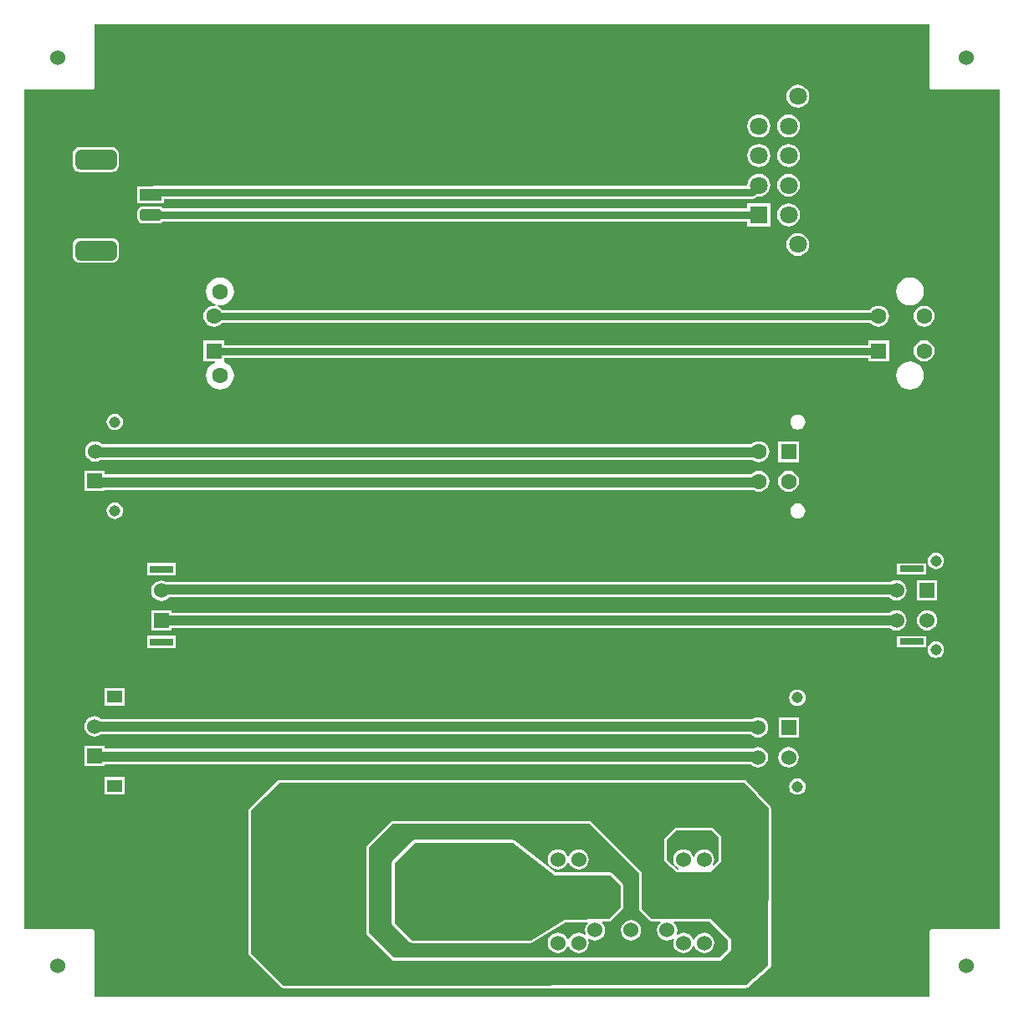
<source format=gtl>
G04*
G04 #@! TF.GenerationSoftware,Altium Limited,Altium Designer,19.1.9 (167)*
G04*
G04 Layer_Physical_Order=1*
G04 Layer_Color=255*
%FSLAX25Y25*%
%MOIN*%
G70*
G01*
G75*
%ADD13C,0.01000*%
G04:AMPARAMS|DCode=15|XSize=47.24mil|YSize=86.61mil|CornerRadius=11.81mil|HoleSize=0mil|Usage=FLASHONLY|Rotation=270.000|XOffset=0mil|YOffset=0mil|HoleType=Round|Shape=RoundedRectangle|*
%AMROUNDEDRECTD15*
21,1,0.04724,0.06299,0,0,270.0*
21,1,0.02362,0.08661,0,0,270.0*
1,1,0.02362,-0.03150,-0.01181*
1,1,0.02362,-0.03150,0.01181*
1,1,0.02362,0.03150,0.01181*
1,1,0.02362,0.03150,-0.01181*
%
%ADD15ROUNDEDRECTD15*%
%ADD16R,0.08661X0.04724*%
G04:AMPARAMS|DCode=17|XSize=78.74mil|YSize=165.35mil|CornerRadius=19.68mil|HoleSize=0mil|Usage=FLASHONLY|Rotation=270.000|XOffset=0mil|YOffset=0mil|HoleType=Round|Shape=RoundedRectangle|*
%AMROUNDEDRECTD17*
21,1,0.07874,0.12598,0,0,270.0*
21,1,0.03937,0.16535,0,0,270.0*
1,1,0.03937,-0.06299,-0.01968*
1,1,0.03937,-0.06299,0.01968*
1,1,0.03937,0.06299,0.01968*
1,1,0.03937,0.06299,-0.01968*
%
%ADD17ROUNDEDRECTD17*%
%ADD35C,0.03000*%
%ADD36C,0.04000*%
%ADD37R,0.14600X0.14600*%
%ADD38C,0.14600*%
%ADD39R,0.06000X0.06000*%
%ADD40C,0.06000*%
%ADD41R,0.06000X0.05000*%
%ADD42R,0.09500X0.03000*%
%ADD43C,0.04500*%
%ADD44C,0.08858*%
%ADD45R,0.06299X0.06299*%
%ADD46C,0.06299*%
%ADD47R,0.09500X0.02500*%
%ADD48C,0.07087*%
%ADD49R,0.07087X0.07087*%
G36*
X363154Y366142D02*
X363231Y365752D01*
X363452Y365421D01*
X363783Y365200D01*
X364173Y365122D01*
X391152D01*
X391152Y30547D01*
X364173D01*
X363783Y30470D01*
X363452Y30248D01*
X363231Y29918D01*
X363154Y29528D01*
Y3533D01*
X30547D01*
Y29528D01*
X30470Y29918D01*
X30248Y30248D01*
X29918Y30470D01*
X29528Y30547D01*
X2549D01*
X2549Y365122D01*
X29528D01*
X29918Y365200D01*
X30248Y365421D01*
X30470Y365752D01*
X30547Y366142D01*
Y391152D01*
X363154D01*
Y366142D01*
D02*
G37*
%LPC*%
G36*
X310701Y367016D02*
X309515Y366859D01*
X308410Y366402D01*
X307460Y365673D01*
X306732Y364724D01*
X306274Y363619D01*
X306118Y362433D01*
X306274Y361247D01*
X306732Y360142D01*
X307460Y359193D01*
X308410Y358465D01*
X309515Y358007D01*
X310701Y357851D01*
X311887Y358007D01*
X312992Y358465D01*
X313941Y359193D01*
X314669Y360142D01*
X315127Y361247D01*
X315283Y362433D01*
X315127Y363619D01*
X314669Y364724D01*
X313941Y365673D01*
X312992Y366402D01*
X311887Y366859D01*
X310701Y367016D01*
D02*
G37*
G36*
X307000Y355205D02*
X305814Y355048D01*
X304709Y354591D01*
X303760Y353862D01*
X303031Y352913D01*
X302574Y351808D01*
X302417Y350622D01*
X302574Y349436D01*
X303031Y348331D01*
X303760Y347382D01*
X304709Y346654D01*
X305814Y346196D01*
X307000Y346040D01*
X308186Y346196D01*
X309291Y346654D01*
X310240Y347382D01*
X310969Y348331D01*
X311426Y349436D01*
X311582Y350622D01*
X311426Y351808D01*
X310969Y352913D01*
X310240Y353862D01*
X309291Y354591D01*
X308186Y355048D01*
X307000Y355205D01*
D02*
G37*
G36*
X295189D02*
X294003Y355048D01*
X292898Y354591D01*
X291949Y353862D01*
X291220Y352913D01*
X290763Y351808D01*
X290606Y350622D01*
X290763Y349436D01*
X291220Y348331D01*
X291949Y347382D01*
X292898Y346654D01*
X294003Y346196D01*
X295189Y346040D01*
X296375Y346196D01*
X297480Y346654D01*
X298429Y347382D01*
X299158Y348331D01*
X299615Y349436D01*
X299771Y350622D01*
X299615Y351808D01*
X299158Y352913D01*
X298429Y353862D01*
X297480Y354591D01*
X296375Y355048D01*
X295189Y355205D01*
D02*
G37*
G36*
X307000Y343393D02*
X305814Y343237D01*
X304709Y342780D01*
X303760Y342051D01*
X303031Y341102D01*
X302574Y339997D01*
X302417Y338811D01*
X302574Y337625D01*
X303031Y336520D01*
X303760Y335571D01*
X304709Y334842D01*
X305814Y334385D01*
X307000Y334228D01*
X308186Y334385D01*
X309291Y334842D01*
X310240Y335571D01*
X310969Y336520D01*
X311426Y337625D01*
X311582Y338811D01*
X311426Y339997D01*
X310969Y341102D01*
X310240Y342051D01*
X309291Y342780D01*
X308186Y343237D01*
X307000Y343393D01*
D02*
G37*
G36*
X295189D02*
X294003Y343237D01*
X292898Y342780D01*
X291949Y342051D01*
X291220Y341102D01*
X290763Y339997D01*
X290606Y338811D01*
X290763Y337625D01*
X291220Y336520D01*
X291949Y335571D01*
X292898Y334842D01*
X294003Y334385D01*
X295189Y334228D01*
X296375Y334385D01*
X297480Y334842D01*
X298429Y335571D01*
X299158Y336520D01*
X299615Y337625D01*
X299771Y338811D01*
X299615Y339997D01*
X299158Y341102D01*
X298429Y342051D01*
X297480Y342780D01*
X296375Y343237D01*
X295189Y343393D01*
D02*
G37*
G36*
X37299Y342183D02*
X24701D01*
X23926Y342081D01*
X23204Y341782D01*
X22584Y341306D01*
X22108Y340686D01*
X21809Y339964D01*
X21707Y339189D01*
Y335252D01*
X21809Y334477D01*
X22108Y333755D01*
X22584Y333135D01*
X23204Y332659D01*
X23926Y332360D01*
X24701Y332258D01*
X37299D01*
X38074Y332360D01*
X38796Y332659D01*
X39416Y333135D01*
X39892Y333755D01*
X40191Y334477D01*
X40293Y335252D01*
Y339189D01*
X40191Y339964D01*
X39892Y340686D01*
X39416Y341306D01*
X38796Y341782D01*
X38074Y342081D01*
X37299Y342183D01*
D02*
G37*
G36*
X307000Y331582D02*
X305814Y331426D01*
X304709Y330969D01*
X303760Y330240D01*
X303031Y329291D01*
X302574Y328186D01*
X302417Y327000D01*
X302574Y325814D01*
X303031Y324709D01*
X303760Y323760D01*
X304709Y323031D01*
X305814Y322574D01*
X307000Y322417D01*
X308186Y322574D01*
X309291Y323031D01*
X310240Y323760D01*
X310969Y324709D01*
X311426Y325814D01*
X311582Y327000D01*
X311426Y328186D01*
X310969Y329291D01*
X310240Y330240D01*
X309291Y330969D01*
X308186Y331426D01*
X307000Y331582D01*
D02*
G37*
G36*
X295189D02*
X294003Y331426D01*
X292898Y330969D01*
X291949Y330240D01*
X291220Y329291D01*
X290763Y328186D01*
X290606Y327000D01*
X290387Y326750D01*
X54122D01*
X53147Y326556D01*
X52928Y326409D01*
X47638D01*
Y319685D01*
X58299D01*
Y321652D01*
X292390D01*
X293365Y321846D01*
X294192Y322398D01*
X294325Y322531D01*
X295189Y322417D01*
X296375Y322574D01*
X297480Y323031D01*
X298429Y323760D01*
X299158Y324709D01*
X299615Y325814D01*
X299771Y327000D01*
X299615Y328186D01*
X299158Y329291D01*
X298429Y330240D01*
X297480Y330969D01*
X296375Y331426D01*
X295189Y331582D01*
D02*
G37*
G36*
X299732Y319732D02*
X290646D01*
Y317722D01*
X57827D01*
X57691Y317927D01*
X56969Y318409D01*
X56118Y318578D01*
X49819D01*
X48968Y318409D01*
X48246Y317927D01*
X47764Y317205D01*
X47595Y316354D01*
Y313992D01*
X47764Y313141D01*
X48246Y312420D01*
X48968Y311938D01*
X49819Y311768D01*
X56118D01*
X56969Y311938D01*
X57691Y312420D01*
X57827Y312624D01*
X290646D01*
Y310646D01*
X299732D01*
Y319732D01*
D02*
G37*
G36*
X307000Y319772D02*
X305814Y319615D01*
X304709Y319158D01*
X303760Y318429D01*
X303031Y317480D01*
X302574Y316375D01*
X302417Y315189D01*
X302574Y314003D01*
X303031Y312898D01*
X303760Y311949D01*
X304709Y311220D01*
X305814Y310763D01*
X307000Y310607D01*
X308186Y310763D01*
X309291Y311220D01*
X310240Y311949D01*
X310969Y312898D01*
X311426Y314003D01*
X311582Y315189D01*
X311426Y316375D01*
X310969Y317480D01*
X310240Y318429D01*
X309291Y319158D01*
X308186Y319615D01*
X307000Y319772D01*
D02*
G37*
G36*
X310701Y307961D02*
X309515Y307804D01*
X308410Y307347D01*
X307460Y306618D01*
X306732Y305669D01*
X306274Y304564D01*
X306118Y303378D01*
X306274Y302192D01*
X306732Y301087D01*
X307460Y300138D01*
X308410Y299409D01*
X309515Y298952D01*
X310701Y298796D01*
X311887Y298952D01*
X312992Y299409D01*
X313941Y300138D01*
X314669Y301087D01*
X315127Y302192D01*
X315283Y303378D01*
X315127Y304564D01*
X314669Y305669D01*
X313941Y306618D01*
X312992Y307347D01*
X311887Y307804D01*
X310701Y307961D01*
D02*
G37*
G36*
X37299Y305963D02*
X24701D01*
X23926Y305861D01*
X23204Y305561D01*
X22584Y305086D01*
X22108Y304466D01*
X21809Y303743D01*
X21707Y302969D01*
Y299031D01*
X21809Y298257D01*
X22108Y297534D01*
X22584Y296914D01*
X23204Y296439D01*
X23926Y296139D01*
X24701Y296037D01*
X37299D01*
X38074Y296139D01*
X38796Y296439D01*
X39416Y296914D01*
X39892Y297534D01*
X40191Y298257D01*
X40293Y299031D01*
Y302969D01*
X40191Y303743D01*
X39892Y304466D01*
X39416Y305086D01*
X38796Y305561D01*
X38074Y305861D01*
X37299Y305963D01*
D02*
G37*
G36*
X355410Y290197D02*
X353966Y290007D01*
X352622Y289450D01*
X351467Y288564D01*
X350581Y287410D01*
X350024Y286065D01*
X349834Y284622D01*
X350024Y283179D01*
X350581Y281834D01*
X351467Y280680D01*
X352622Y279794D01*
X353966Y279237D01*
X355410Y279047D01*
X356852Y279237D01*
X358197Y279794D01*
X359352Y280680D01*
X360238Y281834D01*
X360795Y283179D01*
X360985Y284622D01*
X360795Y286065D01*
X360238Y287410D01*
X359352Y288564D01*
X358197Y289450D01*
X356852Y290007D01*
X355410Y290197D01*
D02*
G37*
G36*
X80480D02*
X79037Y290007D01*
X77693Y289450D01*
X76538Y288564D01*
X75652Y287410D01*
X75095Y286065D01*
X74905Y284622D01*
X75095Y283179D01*
X75652Y281834D01*
X76538Y280680D01*
X77693Y279794D01*
X78698Y279377D01*
X78567Y278890D01*
X78000Y278965D01*
X76917Y278822D01*
X75907Y278404D01*
X75041Y277739D01*
X74375Y276872D01*
X73957Y275863D01*
X73815Y274780D01*
X73957Y273696D01*
X74375Y272687D01*
X75041Y271820D01*
X75907Y271155D01*
X76917Y270737D01*
X78000Y270594D01*
X79083Y270737D01*
X80093Y271155D01*
X80959Y271820D01*
X81256Y272207D01*
X339633Y272207D01*
X339930Y271820D01*
X340797Y271155D01*
X341807Y270737D01*
X342890Y270594D01*
X343973Y270737D01*
X344983Y271155D01*
X345849Y271820D01*
X346514Y272687D01*
X346933Y273696D01*
X347075Y274780D01*
X346933Y275863D01*
X346514Y276872D01*
X345849Y277739D01*
X344983Y278404D01*
X343973Y278822D01*
X342890Y278965D01*
X341807Y278822D01*
X340797Y278404D01*
X339930Y277739D01*
X339597Y277305D01*
X81293Y277305D01*
X80959Y277739D01*
X80093Y278404D01*
X79423Y278682D01*
X79553Y279169D01*
X80480Y279047D01*
X81923Y279237D01*
X83268Y279794D01*
X84423Y280680D01*
X85309Y281834D01*
X85866Y283179D01*
X86056Y284622D01*
X85866Y286065D01*
X85309Y287410D01*
X84423Y288564D01*
X83268Y289450D01*
X81923Y290007D01*
X80480Y290197D01*
D02*
G37*
G36*
X361000Y278965D02*
X359917Y278822D01*
X358907Y278404D01*
X358040Y277739D01*
X357375Y276872D01*
X356957Y275863D01*
X356815Y274780D01*
X356957Y273696D01*
X357375Y272687D01*
X358040Y271820D01*
X358907Y271155D01*
X359917Y270737D01*
X361000Y270594D01*
X362083Y270737D01*
X363093Y271155D01*
X363960Y271820D01*
X364625Y272687D01*
X365043Y273696D01*
X365185Y274780D01*
X365043Y275863D01*
X364625Y276872D01*
X363960Y277739D01*
X363093Y278404D01*
X362083Y278822D01*
X361000Y278965D01*
D02*
G37*
G36*
X347039Y265150D02*
X338740D01*
Y263329D01*
X82150Y263329D01*
Y265150D01*
X73850D01*
Y256850D01*
X78473D01*
X78573Y256350D01*
X77693Y255986D01*
X76538Y255100D01*
X75652Y253945D01*
X75095Y252601D01*
X74905Y251157D01*
X75095Y249714D01*
X75652Y248370D01*
X76538Y247215D01*
X77693Y246329D01*
X79037Y245772D01*
X80480Y245582D01*
X81923Y245772D01*
X83268Y246329D01*
X84423Y247215D01*
X85309Y248370D01*
X85866Y249714D01*
X86056Y251157D01*
X85866Y252601D01*
X85309Y253945D01*
X84423Y255100D01*
X83268Y255986D01*
X82269Y256400D01*
X82150Y256850D01*
X82150Y256990D01*
Y258230D01*
X338740Y258230D01*
Y256850D01*
X347039D01*
Y265150D01*
D02*
G37*
G36*
X361000Y265185D02*
X359917Y265043D01*
X358907Y264625D01*
X358040Y263960D01*
X357375Y263093D01*
X356957Y262083D01*
X356815Y261000D01*
X356957Y259917D01*
X357375Y258907D01*
X358040Y258040D01*
X358907Y257375D01*
X359917Y256957D01*
X361000Y256815D01*
X362083Y256957D01*
X363093Y257375D01*
X363960Y258040D01*
X364625Y258907D01*
X365043Y259917D01*
X365185Y261000D01*
X365043Y262083D01*
X364625Y263093D01*
X363960Y263960D01*
X363093Y264625D01*
X362083Y265043D01*
X361000Y265185D01*
D02*
G37*
G36*
X355410Y256733D02*
X353966Y256543D01*
X352622Y255986D01*
X351467Y255100D01*
X350581Y253945D01*
X350024Y252601D01*
X349834Y251157D01*
X350024Y249714D01*
X350581Y248370D01*
X351467Y247215D01*
X352622Y246329D01*
X353966Y245772D01*
X355410Y245582D01*
X356852Y245772D01*
X358197Y246329D01*
X359352Y247215D01*
X360238Y248370D01*
X360795Y249714D01*
X360985Y251157D01*
X360795Y252601D01*
X360238Y253945D01*
X359352Y255100D01*
X358197Y255986D01*
X356852Y256543D01*
X355410Y256733D01*
D02*
G37*
G36*
X310701Y235656D02*
X309916Y235553D01*
X309184Y235249D01*
X308556Y234767D01*
X308073Y234139D01*
X307770Y233407D01*
X307667Y232622D01*
X307770Y231837D01*
X308073Y231105D01*
X308556Y230477D01*
X309184Y229995D01*
X309916Y229692D01*
X310701Y229588D01*
X311486Y229692D01*
X312218Y229995D01*
X312846Y230477D01*
X313328Y231105D01*
X313631Y231837D01*
X313735Y232622D01*
X313631Y233407D01*
X313328Y234139D01*
X312846Y234767D01*
X312218Y235249D01*
X311486Y235553D01*
X310701Y235656D01*
D02*
G37*
G36*
X38609Y235944D02*
X37760Y235833D01*
X36970Y235505D01*
X36291Y234984D01*
X35770Y234305D01*
X35442Y233515D01*
X35331Y232666D01*
X35442Y231818D01*
X35770Y231027D01*
X36291Y230348D01*
X36970Y229827D01*
X37760Y229500D01*
X38609Y229388D01*
X39457Y229500D01*
X40248Y229827D01*
X40927Y230348D01*
X41447Y231027D01*
X41775Y231818D01*
X41887Y232666D01*
X41775Y233515D01*
X41447Y234305D01*
X40927Y234984D01*
X40248Y235505D01*
X39457Y235833D01*
X38609Y235944D01*
D02*
G37*
G36*
X295189Y224996D02*
X294106Y224854D01*
X293096Y224436D01*
X292229Y223771D01*
X292172Y223695D01*
X33580D01*
X33562Y223719D01*
X32726Y224360D01*
X31753Y224763D01*
X30709Y224901D01*
X29664Y224763D01*
X28691Y224360D01*
X27856Y223719D01*
X27215Y222883D01*
X26812Y221910D01*
X26674Y220866D01*
X26812Y219822D01*
X27215Y218849D01*
X27856Y218013D01*
X28691Y217372D01*
X29664Y216969D01*
X30709Y216832D01*
X31753Y216969D01*
X32726Y217372D01*
X33079Y217643D01*
X292501D01*
X293096Y217186D01*
X294106Y216768D01*
X295189Y216626D01*
X296272Y216768D01*
X297282Y217186D01*
X298148Y217851D01*
X298814Y218718D01*
X299232Y219728D01*
X299374Y220811D01*
X299232Y221894D01*
X298814Y222904D01*
X298148Y223771D01*
X297282Y224436D01*
X296272Y224854D01*
X295189Y224996D01*
D02*
G37*
G36*
X311150Y224961D02*
X302850D01*
Y216661D01*
X311150D01*
Y224961D01*
D02*
G37*
G36*
X295189Y213185D02*
X294106Y213043D01*
X293096Y212625D01*
X292229Y211960D01*
X292021Y211687D01*
X34609D01*
Y213166D01*
X26609D01*
Y205166D01*
X34609D01*
Y205635D01*
X292757D01*
X293096Y205375D01*
X294106Y204957D01*
X295189Y204815D01*
X296272Y204957D01*
X297282Y205375D01*
X298148Y206041D01*
X298814Y206907D01*
X299232Y207917D01*
X299374Y209000D01*
X299232Y210083D01*
X298814Y211093D01*
X298148Y211960D01*
X297282Y212625D01*
X296272Y213043D01*
X295189Y213185D01*
D02*
G37*
G36*
X307000D02*
X305917Y213043D01*
X304907Y212625D01*
X304041Y211960D01*
X303375Y211093D01*
X302957Y210083D01*
X302815Y209000D01*
X302957Y207917D01*
X303375Y206907D01*
X304041Y206041D01*
X304907Y205375D01*
X305917Y204957D01*
X307000Y204815D01*
X308083Y204957D01*
X309093Y205375D01*
X309960Y206041D01*
X310625Y206907D01*
X311043Y207917D01*
X311185Y209000D01*
X311043Y210083D01*
X310625Y211093D01*
X309960Y211960D01*
X309093Y212625D01*
X308083Y213043D01*
X307000Y213185D01*
D02*
G37*
G36*
X310701Y200223D02*
X309915Y200119D01*
X309184Y199816D01*
X308556Y199334D01*
X308073Y198706D01*
X307770Y197974D01*
X307667Y197189D01*
X307770Y196404D01*
X308073Y195672D01*
X308556Y195044D01*
X309184Y194562D01*
X309915Y194258D01*
X310701Y194155D01*
X311486Y194258D01*
X312218Y194562D01*
X312846Y195044D01*
X313328Y195672D01*
X313631Y196404D01*
X313735Y197189D01*
X313631Y197974D01*
X313328Y198706D01*
X312846Y199334D01*
X312218Y199816D01*
X311486Y200119D01*
X310701Y200223D01*
D02*
G37*
G36*
X38609Y200544D02*
X37760Y200432D01*
X36970Y200105D01*
X36291Y199584D01*
X35770Y198905D01*
X35442Y198115D01*
X35331Y197266D01*
X35442Y196418D01*
X35770Y195627D01*
X36291Y194948D01*
X36970Y194427D01*
X37760Y194100D01*
X38609Y193988D01*
X39457Y194100D01*
X40248Y194427D01*
X40927Y194948D01*
X41447Y195627D01*
X41775Y196418D01*
X41887Y197266D01*
X41775Y198115D01*
X41447Y198905D01*
X40927Y199584D01*
X40248Y200105D01*
X39457Y200432D01*
X38609Y200544D01*
D02*
G37*
G36*
X365705Y180521D02*
X364856Y180410D01*
X364066Y180082D01*
X363387Y179561D01*
X362866Y178882D01*
X362538Y178092D01*
X362427Y177243D01*
X362538Y176395D01*
X362866Y175604D01*
X363387Y174925D01*
X364066Y174404D01*
X364856Y174077D01*
X365705Y173965D01*
X366553Y174077D01*
X367344Y174404D01*
X368023Y174925D01*
X368544Y175604D01*
X368871Y176395D01*
X368983Y177243D01*
X368871Y178092D01*
X368544Y178882D01*
X368023Y179561D01*
X367344Y180082D01*
X366553Y180410D01*
X365705Y180521D01*
D02*
G37*
G36*
X359505Y176337D02*
X352505D01*
X352283Y176293D01*
X350255D01*
Y174265D01*
X350211Y174043D01*
X350255Y173822D01*
Y171793D01*
X352283D01*
X352505Y171749D01*
X359505D01*
X359726Y171793D01*
X361755D01*
Y173822D01*
X361799Y174043D01*
X361755Y174265D01*
Y176293D01*
X359726D01*
X359505Y176337D01*
D02*
G37*
G36*
X62837Y176354D02*
X51337D01*
Y171354D01*
X62837D01*
Y176354D01*
D02*
G37*
G36*
X350005Y169578D02*
X348960Y169440D01*
X347988Y169037D01*
X347645Y168775D01*
X59200Y168775D01*
X59104Y168848D01*
X58131Y169251D01*
X57087Y169389D01*
X56042Y169251D01*
X55069Y168848D01*
X54234Y168207D01*
X53593Y167372D01*
X53190Y166399D01*
X53052Y165354D01*
X53190Y164310D01*
X53593Y163337D01*
X54234Y162502D01*
X55069Y161860D01*
X56042Y161457D01*
X57087Y161320D01*
X58131Y161457D01*
X59104Y161860D01*
X59939Y162502D01*
X60109Y162723D01*
X347127Y162723D01*
X347152Y162690D01*
X347988Y162049D01*
X348960Y161646D01*
X350005Y161509D01*
X351049Y161646D01*
X352022Y162049D01*
X352858Y162690D01*
X353499Y163526D01*
X353902Y164499D01*
X354039Y165543D01*
X353902Y166587D01*
X353499Y167561D01*
X352858Y168396D01*
X352022Y169037D01*
X351049Y169440D01*
X350005Y169578D01*
D02*
G37*
G36*
X366205Y169543D02*
X358205D01*
Y161543D01*
X366205D01*
Y169543D01*
D02*
G37*
G36*
X350005Y157578D02*
X348960Y157440D01*
X347988Y157037D01*
X347377Y156569D01*
X61087Y156569D01*
Y157354D01*
X53087D01*
Y149354D01*
X61087D01*
Y150517D01*
X347377Y150517D01*
X347988Y150049D01*
X348960Y149646D01*
X350005Y149509D01*
X351049Y149646D01*
X352022Y150049D01*
X352858Y150690D01*
X353499Y151526D01*
X353902Y152499D01*
X354039Y153543D01*
X353902Y154587D01*
X353499Y155561D01*
X352858Y156396D01*
X352022Y157037D01*
X351049Y157440D01*
X350005Y157578D01*
D02*
G37*
G36*
X362205D02*
X361160Y157440D01*
X360188Y157037D01*
X359352Y156396D01*
X358711Y155561D01*
X358308Y154587D01*
X358170Y153543D01*
X358308Y152499D01*
X358711Y151526D01*
X359352Y150690D01*
X360188Y150049D01*
X361160Y149646D01*
X362205Y149509D01*
X363249Y149646D01*
X364222Y150049D01*
X365058Y150690D01*
X365699Y151526D01*
X366102Y152499D01*
X366239Y153543D01*
X366102Y154587D01*
X365699Y155561D01*
X365058Y156396D01*
X364222Y157037D01*
X363249Y157440D01*
X362205Y157578D01*
D02*
G37*
G36*
X359505Y147337D02*
X352505D01*
X352283Y147293D01*
X350255D01*
Y145265D01*
X350211Y145043D01*
X350255Y144822D01*
Y142793D01*
X352283D01*
X352505Y142749D01*
X359505D01*
X359726Y142793D01*
X361755D01*
Y144822D01*
X361799Y145043D01*
X361755Y145265D01*
Y147293D01*
X359726D01*
X359505Y147337D01*
D02*
G37*
G36*
X62837Y147354D02*
X51337D01*
Y142354D01*
X62837D01*
Y147354D01*
D02*
G37*
G36*
X365705Y145121D02*
X364856Y145010D01*
X364066Y144682D01*
X363387Y144161D01*
X362866Y143482D01*
X362538Y142692D01*
X362427Y141843D01*
X362538Y140995D01*
X362866Y140204D01*
X363387Y139525D01*
X364066Y139004D01*
X364856Y138677D01*
X365705Y138565D01*
X366553Y138677D01*
X367344Y139004D01*
X368023Y139525D01*
X368544Y140204D01*
X368871Y140995D01*
X368983Y141843D01*
X368871Y142692D01*
X368544Y143482D01*
X368023Y144161D01*
X367344Y144682D01*
X366553Y145010D01*
X365705Y145121D01*
D02*
G37*
G36*
X42612Y126515D02*
X34612D01*
Y119515D01*
X42612D01*
Y126515D01*
D02*
G37*
G36*
X310500Y125978D02*
X309652Y125866D01*
X308861Y125539D01*
X308182Y125018D01*
X307661Y124339D01*
X307334Y123548D01*
X307222Y122700D01*
X307334Y121852D01*
X307661Y121061D01*
X308182Y120382D01*
X308861Y119861D01*
X309652Y119534D01*
X310500Y119422D01*
X311348Y119534D01*
X312139Y119861D01*
X312818Y120382D01*
X313339Y121061D01*
X313666Y121852D01*
X313778Y122700D01*
X313666Y123548D01*
X313339Y124339D01*
X312818Y125018D01*
X312139Y125539D01*
X311348Y125866D01*
X310500Y125978D01*
D02*
G37*
G36*
X311000Y115000D02*
X303000D01*
Y107000D01*
X311000D01*
Y115000D01*
D02*
G37*
G36*
X30512Y115349D02*
X29468Y115212D01*
X28495Y114809D01*
X27659Y114168D01*
X27018Y113332D01*
X26615Y112359D01*
X26477Y111315D01*
X26615Y110271D01*
X27018Y109298D01*
X27659Y108462D01*
X28495Y107821D01*
X29468Y107418D01*
X30512Y107280D01*
X31556Y107418D01*
X32529Y107821D01*
X33009Y108189D01*
X291938D01*
X292047Y108047D01*
X292883Y107406D01*
X293856Y107003D01*
X294900Y106866D01*
X295944Y107003D01*
X296917Y107406D01*
X297753Y108047D01*
X298394Y108883D01*
X298797Y109856D01*
X298935Y110900D01*
X298797Y111944D01*
X298394Y112917D01*
X297753Y113753D01*
X296917Y114394D01*
X295944Y114797D01*
X294900Y114935D01*
X293856Y114797D01*
X292883Y114394D01*
X292683Y114241D01*
X33270D01*
X32529Y114809D01*
X31556Y115212D01*
X30512Y115349D01*
D02*
G37*
G36*
X307000Y103034D02*
X305956Y102897D01*
X304983Y102494D01*
X304147Y101853D01*
X303506Y101017D01*
X303103Y100044D01*
X302965Y99000D01*
X303103Y97956D01*
X303506Y96983D01*
X304147Y96147D01*
X304983Y95506D01*
X305956Y95103D01*
X307000Y94965D01*
X308044Y95103D01*
X309017Y95506D01*
X309853Y96147D01*
X310494Y96983D01*
X310897Y97956D01*
X311034Y99000D01*
X310897Y100044D01*
X310494Y101017D01*
X309853Y101853D01*
X309017Y102494D01*
X308044Y102897D01*
X307000Y103034D01*
D02*
G37*
G36*
X34512Y103415D02*
X26512D01*
Y95415D01*
X34512D01*
Y96289D01*
X291838D01*
X291947Y96147D01*
X292783Y95506D01*
X293756Y95103D01*
X294800Y94965D01*
X295844Y95103D01*
X296817Y95506D01*
X297653Y96147D01*
X298294Y96983D01*
X298697Y97956D01*
X298834Y99000D01*
X298697Y100044D01*
X298294Y101017D01*
X297653Y101853D01*
X296817Y102494D01*
X295844Y102897D01*
X294800Y103034D01*
X293756Y102897D01*
X292783Y102494D01*
X292583Y102341D01*
X34512D01*
Y103415D01*
D02*
G37*
G36*
X42512Y91115D02*
X34512D01*
Y84115D01*
X42512D01*
Y91115D01*
D02*
G37*
G36*
X310500Y90578D02*
X309652Y90466D01*
X308861Y90139D01*
X308182Y89618D01*
X307661Y88939D01*
X307334Y88148D01*
X307222Y87300D01*
X307334Y86452D01*
X307661Y85661D01*
X308182Y84982D01*
X308861Y84461D01*
X309652Y84134D01*
X310500Y84022D01*
X311348Y84134D01*
X312139Y84461D01*
X312818Y84982D01*
X313339Y85661D01*
X313666Y86452D01*
X313778Y87300D01*
X313666Y88148D01*
X313339Y88939D01*
X312818Y89618D01*
X312139Y90139D01*
X311348Y90466D01*
X310500Y90578D01*
D02*
G37*
G36*
X104662Y89996D02*
X104481Y89960D01*
X104299Y89929D01*
X104287Y89921D01*
X104272Y89918D01*
X104119Y89816D01*
X103962Y89718D01*
X92214Y78636D01*
X92205Y78623D01*
X92192Y78615D01*
X92090Y78461D01*
X91983Y78311D01*
X91980Y78297D01*
X91971Y78284D01*
X91935Y78103D01*
X91894Y77924D01*
X91897Y77909D01*
X91894Y77894D01*
X91894Y20866D01*
X91971Y20476D01*
X92192Y20145D01*
X105059Y7279D01*
X105389Y7058D01*
X105780Y6980D01*
X133548Y6980D01*
X133595Y6971D01*
X290001Y6990D01*
X290159Y7021D01*
X290318Y7040D01*
X290352Y7060D01*
X290391Y7068D01*
X290525Y7157D01*
X290665Y7236D01*
X299655Y14941D01*
X299679Y14972D01*
X299712Y14994D01*
X299802Y15127D01*
X299901Y15253D01*
X299911Y15292D01*
X299933Y15324D01*
X299965Y15482D01*
X300008Y15636D01*
X300003Y15676D01*
X300011Y15715D01*
Y28000D01*
Y41957D01*
X300020Y42000D01*
Y78545D01*
X299985Y78719D01*
X299958Y78894D01*
X299946Y78914D01*
X299942Y78936D01*
X299844Y79083D01*
X299752Y79234D01*
X290190Y89665D01*
X290172Y89679D01*
X290159Y89697D01*
X290012Y89796D01*
X289869Y89900D01*
X289847Y89906D01*
X289828Y89918D01*
X289655Y89953D01*
X289483Y89995D01*
X289460Y89992D01*
X289438Y89996D01*
X257000D01*
X257000Y89996D01*
X104662Y89996D01*
D02*
G37*
%LPD*%
G36*
X257000Y88976D02*
Y88976D01*
X289438D01*
X299000Y78545D01*
Y42000D01*
X298991D01*
Y28000D01*
Y15715D01*
X290001Y8010D01*
X133595Y7991D01*
X133595Y8000D01*
X105780Y8000D01*
X92913Y20866D01*
X92913Y77894D01*
X104662Y88976D01*
X257000Y88976D01*
D02*
G37*
%LPC*%
G36*
X276772Y70866D02*
X261699Y70866D01*
X257480Y66647D01*
X257480Y57480D01*
X262533Y53150D01*
X275984D01*
X280315Y57480D01*
X280315Y67323D01*
X276772Y70866D01*
D02*
G37*
G36*
X149150Y73622D02*
X138976Y63449D01*
X138976Y28346D01*
X149323Y18000D01*
X279811D01*
X284000Y22189D01*
Y26448D01*
X275803Y34646D01*
X252354Y34646D01*
X248425Y38575D01*
X248425Y53149D01*
X227953Y73622D01*
X149150Y73622D01*
D02*
G37*
%LPD*%
G36*
X279295Y66900D02*
X279295Y57903D01*
X277240Y55848D01*
X276864Y56178D01*
X276919Y56251D01*
X277322Y57223D01*
X277460Y58268D01*
X277322Y59312D01*
X276919Y60285D01*
X276278Y61121D01*
X275443Y61762D01*
X274469Y62165D01*
X273425Y62302D01*
X272381Y62165D01*
X271408Y61762D01*
X270572Y61121D01*
X269931Y60285D01*
X269551Y59368D01*
X269363Y59312D01*
X269219D01*
X269031Y59368D01*
X268652Y60285D01*
X268010Y61121D01*
X267175Y61762D01*
X266202Y62165D01*
X265158Y62302D01*
X264113Y62165D01*
X263140Y61762D01*
X262305Y61121D01*
X261664Y60285D01*
X261260Y59312D01*
X261123Y58268D01*
X261260Y57223D01*
X261664Y56251D01*
X262305Y55415D01*
X263078Y54821D01*
X263078Y54578D01*
X262989Y54295D01*
X262804Y54260D01*
X258500Y57949D01*
X258500Y66225D01*
X262122Y69846D01*
X276349Y69847D01*
X279295Y66900D01*
D02*
G37*
G36*
X227531Y72602D02*
X247406Y52727D01*
X247406Y38575D01*
X247483Y38185D01*
X247704Y37854D01*
X247704Y37854D01*
X251633Y33925D01*
X251964Y33704D01*
X252354Y33626D01*
X255969D01*
X256139Y33126D01*
X255809Y32873D01*
X255167Y32037D01*
X254764Y31064D01*
X254627Y30020D01*
X254764Y28975D01*
X255167Y28002D01*
X255809Y27167D01*
X256644Y26526D01*
X257617Y26123D01*
X258661Y25985D01*
X259706Y26123D01*
X260679Y26526D01*
X261031Y26796D01*
X261441Y26480D01*
X261260Y26044D01*
X261123Y25000D01*
X261260Y23956D01*
X261664Y22983D01*
X262305Y22147D01*
X263140Y21506D01*
X264113Y21103D01*
X265158Y20966D01*
X266202Y21103D01*
X267175Y21506D01*
X268010Y22147D01*
X268652Y22983D01*
X269031Y23900D01*
X269219Y23956D01*
X269363D01*
X269551Y23900D01*
X269931Y22983D01*
X270572Y22147D01*
X271408Y21506D01*
X272381Y21103D01*
X273425Y20966D01*
X274469Y21103D01*
X275443Y21506D01*
X276278Y22147D01*
X276919Y22983D01*
X277322Y23956D01*
X277460Y25000D01*
X277322Y26044D01*
X276919Y27017D01*
X276278Y27853D01*
X275443Y28494D01*
X274469Y28897D01*
X273425Y29035D01*
X272381Y28897D01*
X271408Y28494D01*
X270572Y27853D01*
X269931Y27017D01*
X269551Y26101D01*
X269363Y26044D01*
X269219D01*
X269031Y26101D01*
X268652Y27017D01*
X268010Y27853D01*
X267175Y28494D01*
X266202Y28897D01*
X265158Y29035D01*
X264113Y28897D01*
X263140Y28494D01*
X262788Y28224D01*
X262378Y28539D01*
X262559Y28975D01*
X262696Y30020D01*
X262559Y31064D01*
X262155Y32037D01*
X261514Y32873D01*
X261184Y33126D01*
X261354Y33626D01*
X275380Y33626D01*
X282980Y26026D01*
Y22611D01*
X279389Y19020D01*
X149745D01*
X139996Y28769D01*
X139996Y63027D01*
X149572Y72602D01*
X227531Y72602D01*
D02*
G37*
%LPC*%
G36*
X223425Y62302D02*
X222381Y62165D01*
X221408Y61762D01*
X220572Y61121D01*
X219931Y60285D01*
X219551Y59368D01*
X219363Y59312D01*
X219219D01*
X219031Y59368D01*
X218652Y60285D01*
X218010Y61121D01*
X217175Y61762D01*
X216202Y62165D01*
X215158Y62302D01*
X214113Y62165D01*
X213140Y61762D01*
X212305Y61121D01*
X211664Y60285D01*
X211260Y59312D01*
X211123Y58268D01*
X211260Y57223D01*
X211664Y56251D01*
X212305Y55415D01*
X213140Y54774D01*
X214113Y54371D01*
X215158Y54233D01*
X216202Y54371D01*
X217175Y54774D01*
X218010Y55415D01*
X218652Y56251D01*
X219031Y57167D01*
X219219Y57223D01*
X219363D01*
X219551Y57167D01*
X219931Y56251D01*
X220572Y55415D01*
X221408Y54774D01*
X222381Y54371D01*
X223425Y54233D01*
X224469Y54371D01*
X225443Y54774D01*
X226278Y55415D01*
X226919Y56251D01*
X227322Y57223D01*
X227460Y58268D01*
X227322Y59312D01*
X226919Y60285D01*
X226278Y61121D01*
X225443Y61762D01*
X224469Y62165D01*
X223425Y62302D01*
D02*
G37*
G36*
X197205Y66020D02*
X158000Y66020D01*
X157610Y65942D01*
X157279Y65721D01*
X149279Y57721D01*
X149058Y57390D01*
X148980Y57000D01*
Y33000D01*
X149058Y32610D01*
X149279Y32279D01*
X156279Y25279D01*
X156610Y25058D01*
X157000Y24980D01*
X204384Y24980D01*
X204462Y24996D01*
X204542Y24993D01*
X204655Y25034D01*
X204774Y25058D01*
X204840Y25102D01*
X204915Y25130D01*
X218037Y33142D01*
X226872Y33293D01*
X227009Y32795D01*
X226427Y32037D01*
X226024Y31064D01*
X225887Y30020D01*
X226024Y28975D01*
X226205Y28539D01*
X225794Y28224D01*
X225443Y28494D01*
X224469Y28897D01*
X223425Y29035D01*
X222381Y28897D01*
X221408Y28494D01*
X220572Y27853D01*
X219931Y27017D01*
X219551Y26101D01*
X219363Y26044D01*
X219219D01*
X219031Y26101D01*
X218652Y27017D01*
X218010Y27853D01*
X217175Y28494D01*
X216202Y28897D01*
X215158Y29035D01*
X214113Y28897D01*
X213140Y28494D01*
X212305Y27853D01*
X211664Y27017D01*
X211260Y26044D01*
X211123Y25000D01*
X211260Y23956D01*
X211664Y22983D01*
X212305Y22147D01*
X213140Y21506D01*
X214113Y21103D01*
X215158Y20966D01*
X216202Y21103D01*
X217175Y21506D01*
X218010Y22147D01*
X218652Y22983D01*
X219031Y23900D01*
X219219Y23956D01*
X219363D01*
X219551Y23900D01*
X219931Y22983D01*
X220572Y22147D01*
X221408Y21506D01*
X222381Y21103D01*
X223425Y20966D01*
X224469Y21103D01*
X225443Y21506D01*
X226278Y22147D01*
X226919Y22983D01*
X227322Y23956D01*
X227460Y25000D01*
X227322Y26044D01*
X227141Y26480D01*
X227552Y26796D01*
X227904Y26526D01*
X228877Y26123D01*
X229921Y25985D01*
X230965Y26123D01*
X231939Y26526D01*
X232774Y27167D01*
X233415Y28002D01*
X233818Y28975D01*
X233956Y30020D01*
X233818Y31064D01*
X233415Y32037D01*
X232774Y32873D01*
X232712Y32920D01*
X232869Y33395D01*
X235476Y33440D01*
X235663Y33480D01*
X235849Y33517D01*
X235857Y33522D01*
X235865Y33524D01*
X236022Y33632D01*
X236180Y33738D01*
X240879Y38436D01*
X241100Y38767D01*
X241177Y39158D01*
Y47842D01*
X241100Y48233D01*
X240879Y48564D01*
X240878Y48564D01*
X236721Y52721D01*
X236390Y52942D01*
X236000Y53020D01*
X214190Y53020D01*
X197833Y65803D01*
X197710Y65865D01*
X197595Y65942D01*
X197533Y65954D01*
X197477Y65983D01*
X197340Y65993D01*
X197205Y66020D01*
D02*
G37*
G36*
X244291Y34054D02*
X243247Y33917D01*
X242274Y33514D01*
X241439Y32873D01*
X240797Y32037D01*
X240394Y31064D01*
X240257Y30020D01*
X240394Y28975D01*
X240797Y28002D01*
X241439Y27167D01*
X242274Y26526D01*
X243247Y26123D01*
X244291Y25985D01*
X245336Y26123D01*
X246309Y26526D01*
X247144Y27167D01*
X247785Y28002D01*
X248188Y28975D01*
X248326Y30020D01*
X248188Y31064D01*
X247785Y32037D01*
X247144Y32873D01*
X246309Y33514D01*
X245336Y33917D01*
X244291Y34054D01*
D02*
G37*
%LPD*%
G36*
X213839Y52000D02*
X236000Y52000D01*
X240158Y47842D01*
Y39158D01*
X235459Y34459D01*
X217743Y34157D01*
X204384Y26000D01*
X157000Y26000D01*
X150000Y33000D01*
Y57000D01*
X158000Y65000D01*
X197205Y65000D01*
X213839Y52000D01*
D02*
G37*
D13*
X342472Y274756D02*
X342693Y274976D01*
X78024Y274756D02*
X78197Y274583D01*
X342669Y260780D02*
X342890Y261000D01*
X294923Y324467D02*
X295189Y324201D01*
X52969Y323047D02*
X54122Y324201D01*
X295173Y315173D02*
X295189Y315189D01*
X78000Y274780D02*
X78024Y274756D01*
X342496Y260606D02*
X342669Y260780D01*
X342299Y274583D02*
X342472Y274756D01*
X30512Y99415D02*
X30612Y99315D01*
X30609Y209166D02*
X31113Y208661D01*
X342496Y261394D02*
X342890Y261000D01*
X342693Y274976D02*
X342890Y274780D01*
X30709Y220866D02*
X30906Y220669D01*
X30512Y111315D02*
X30612Y111215D01*
X294013Y110013D02*
X294900Y110900D01*
X349799Y165749D02*
X350005Y165543D01*
D15*
X52969Y315173D02*
D03*
D16*
Y323047D02*
D03*
D17*
X31000Y337221D02*
D03*
Y301000D02*
D03*
D35*
X342669Y260780D02*
X342890D01*
X78000Y260780D02*
X342669Y260780D01*
X342472Y274756D02*
X342890D01*
X78000Y274756D02*
X78024D01*
X342472Y274756D01*
X292390Y324201D02*
X295189Y327000D01*
X54122Y324201D02*
X292390D01*
X52969Y315173D02*
X295173D01*
D36*
X30906Y220669D02*
X295189D01*
X57087Y165749D02*
X349799Y165749D01*
X30612Y111215D02*
X294900D01*
X31113Y208661D02*
X295189D01*
X57087Y153543D02*
X350005Y153543D01*
X30612Y99315D02*
X294800D01*
D37*
X124480Y57000D02*
D03*
D38*
X162000D02*
D03*
D39*
X30512Y99415D02*
D03*
X57087Y153354D02*
D03*
X30609Y209166D02*
D03*
X362205Y165543D02*
D03*
X307000Y111000D02*
D03*
D40*
X30512Y111315D02*
D03*
X57087Y165354D02*
D03*
X30709Y220866D02*
D03*
X265158Y58268D02*
D03*
X273425D02*
D03*
X265158Y25000D02*
D03*
X273425D02*
D03*
X223425Y58268D02*
D03*
X215158D02*
D03*
Y25000D02*
D03*
X258661Y30020D02*
D03*
X244291D02*
D03*
X229921D02*
D03*
X223425Y25000D02*
D03*
X15748Y377953D02*
D03*
X377953D02*
D03*
Y15748D02*
D03*
X15748D02*
D03*
X362205Y153543D02*
D03*
X350005D02*
D03*
Y165543D02*
D03*
X294900Y110900D02*
D03*
X294800Y99000D02*
D03*
X307000D02*
D03*
D41*
X38612Y123015D02*
D03*
X38512Y87615D02*
D03*
D42*
X57087Y173854D02*
D03*
Y144854D02*
D03*
D43*
X38609Y232666D02*
D03*
Y197266D02*
D03*
X365705Y177243D02*
D03*
Y141843D02*
D03*
X310500Y87300D02*
D03*
Y122700D02*
D03*
D44*
X233465Y43307D02*
D03*
X224410D02*
D03*
X255118D02*
D03*
X264173D02*
D03*
D45*
X342890Y261000D02*
D03*
X78000D02*
D03*
X307000Y220811D02*
D03*
D46*
X342890Y274780D02*
D03*
X361000D02*
D03*
Y261000D02*
D03*
X78000Y274780D02*
D03*
X80480Y251157D02*
D03*
Y284622D02*
D03*
X295189Y220811D02*
D03*
Y209000D02*
D03*
X307000D02*
D03*
D47*
X356005Y145043D02*
D03*
Y174043D02*
D03*
D48*
X307000Y350622D02*
D03*
Y338811D02*
D03*
Y327000D02*
D03*
Y315189D02*
D03*
X295189Y350622D02*
D03*
Y338811D02*
D03*
Y327000D02*
D03*
X310701Y362433D02*
D03*
Y303378D02*
D03*
D49*
X295189Y315189D02*
D03*
M02*

</source>
